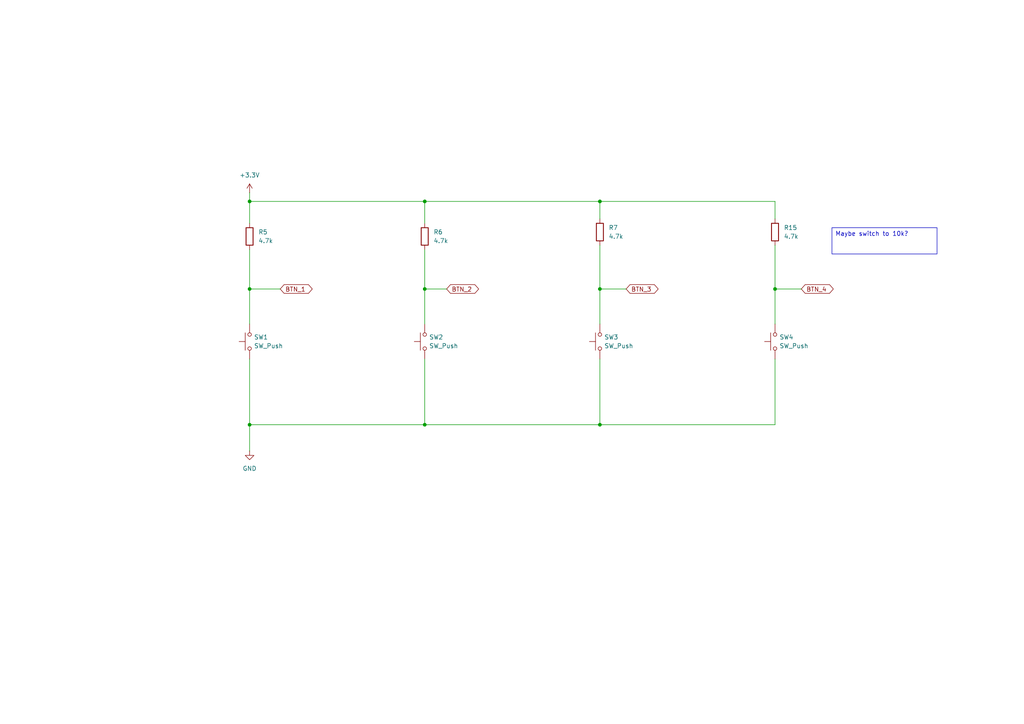
<source format=kicad_sch>
(kicad_sch (version 20231120) (generator "eeschema") (generator_version "8.0")
  (paper "A4")
  (title_block (title "ZEReader-Pico") (rev "v1") (company "Anna-Lena Marx") (comment 1 "Bachelorthesis"))
  (lib_symbols
    (symbol "Device:R" (pin_numbers hide) (pin_names (offset 0))
      (property "Reference" "R" (at 2.032 0 90))
      (property "Value" "R" (at 0 0 90))
      (symbol "R_0_1"
        (rectangle (start -1.016 -2.54) (end 1.016 2.54) (stroke (width 0.254)))
      )
      (symbol "R_1_1"
        (pin passive line (at 0 3.81 270) (length 1.27) (name "~") (number "1"))
        (pin passive line (at 0 -3.81 90) (length 1.27) (name "~") (number "2"))
      )
    )
    (symbol "Switch:SW_Push" (pin_numbers hide) (pin_names (offset 1.016) hide)
      (property "Reference" "SW" (at 1.27 2.54 0))
      (property "Value" "SW_Push" (at 0 -1.524 0))
      (symbol "SW_Push_0_1"
        (circle (center -2.032 0) (radius 0.508))
        (polyline (pts (xy 0 1.27) (xy 0 3.048)))
        (polyline (pts (xy 2.54 1.27) (xy -2.54 1.27)))
        (circle (center 2.032 0) (radius 0.508))
        (pin passive line (at -5.08 0 0) (length 2.54) (name "1") (number "1"))
        (pin passive line (at 5.08 0 180) (length 2.54) (name "2") (number "2"))
      )
    )
    (symbol "power:+3.3V" (power) (pin_numbers hide) (pin_names (offset 0) hide)
      (property "Value" "+3.3V" (at 0 3.556 0))
      (symbol "+3.3V_0_1"
        (polyline (pts (xy -0.762 1.27) (xy 0 2.54)))
        (polyline (pts (xy 0 0) (xy 0 2.54)))
        (polyline (pts (xy 0 2.54) (xy 0.762 1.27)))
      )
      (symbol "+3.3V_1_1"
        (pin power_in line (at 0 0 90) (length 0) (name "~") (number "1"))
      )
    )
    (symbol "power:GND" (power) (pin_numbers hide) (pin_names (offset 0) hide)
      (property "Value" "GND" (at 0 -3.81 0))
      (symbol "GND_0_1"
        (polyline (pts (xy 0 0) (xy 0 -1.27) (xy 1.27 -1.27) (xy 0 -2.54) (xy -1.27 -1.27) (xy 0 -1.27)))
      )
      (symbol "GND_1_1"
        (pin power_in line (at 0 0 270) (length 0) (name "~") (number "1"))
      )
    )
  )
  (junction (at 173.99 123.19))
  (junction (at 123.19 58.42))
  (junction (at 123.19 123.19))
  (junction (at 173.99 83.82))
  (junction (at 224.79 83.82))
  (junction (at 173.99 58.42))
  (junction (at 123.19 83.82))
  (junction (at 72.39 123.19))
  (junction (at 72.39 83.82))
  (junction (at 72.39 58.42))
  (wire (pts (xy 224.79 58.42) (xy 173.99 58.42)))
  (wire (pts (xy 123.19 83.82) (xy 123.19 93.98)))
  (wire (pts (xy 224.79 58.42) (xy 224.79 63.5)))
  (wire (pts (xy 224.79 123.19) (xy 173.99 123.19)))
  (wire (pts (xy 173.99 104.14) (xy 173.99 123.19)))
  (wire (pts (xy 123.19 83.82) (xy 129.54 83.82)))
  (wire (pts (xy 72.39 104.14) (xy 72.39 123.19)))
  (wire (pts (xy 224.79 104.14) (xy 224.79 123.19)))
  (wire (pts (xy 72.39 58.42) (xy 123.19 58.42)))
  (wire (pts (xy 173.99 123.19) (xy 123.19 123.19)))
  (wire (pts (xy 72.39 55.88) (xy 72.39 58.42)))
  (wire (pts (xy 173.99 58.42) (xy 173.99 63.5)))
  (wire (pts (xy 123.19 123.19) (xy 72.39 123.19)))
  (wire (pts (xy 224.79 83.82) (xy 232.41 83.82)))
  (wire (pts (xy 123.19 58.42) (xy 123.19 64.77)))
  (wire (pts (xy 72.39 83.82) (xy 72.39 72.39)))
  (wire (pts (xy 173.99 83.82) (xy 173.99 93.98)))
  (wire (pts (xy 224.79 71.12) (xy 224.79 83.82)))
  (wire (pts (xy 224.79 83.82) (xy 224.79 93.98)))
  (wire (pts (xy 72.39 93.98) (xy 72.39 83.82)))
  (wire (pts (xy 123.19 58.42) (xy 173.99 58.42)))
  (wire (pts (xy 173.99 83.82) (xy 181.61 83.82)))
  (wire (pts (xy 72.39 83.82) (xy 81.28 83.82)))
  (wire (pts (xy 173.99 71.12) (xy 173.99 83.82)))
  (wire (pts (xy 123.19 72.39) (xy 123.19 83.82)))
  (wire (pts (xy 72.39 123.19) (xy 72.39 130.81)))
  (wire (pts (xy 123.19 104.14) (xy 123.19 123.19)))
  (wire (pts (xy 72.39 58.42) (xy 72.39 64.77)))
  (text_box "Maybe switch to 10k?" (at 241.3 66.04 0) (size 30.48 7.62) (effects (font (size 1.27 1.27)) (justify left top)))
  (global_label "BTN_3" (shape bidirectional) (at 181.61 83.82 0) (property "Intersheetrefs" "${INTERSHEET_REFS}" (effects (hide yes))))
  (global_label "BTN_1" (shape bidirectional) (at 81.28 83.82 0) (property "Intersheetrefs" "${INTERSHEET_REFS}" (effects (hide yes))))
  (global_label "BTN_4" (shape bidirectional) (at 232.41 83.82 0) (property "Intersheetrefs" "${INTERSHEET_REFS}" (effects (hide yes))))
  (global_label "BTN_2" (shape bidirectional) (at 129.54 83.82 0) (property "Intersheetrefs" "${INTERSHEET_REFS}" (effects (hide yes))))
  (symbol (lib_id "Device:R") (at 123.19 68.58 180) (unit 1)
    (property "Reference" "R6" (at 125.73 67.3099 0) (effects (justify right)))
    (property "Value" "4.7k" (at 125.73 69.8499 0) (effects (justify right)))
    (property "Footprint" "Resistor_SMD:R_1206_3216Metric_Pad1.30x1.75mm_HandSolder" (effects (hide yes)))
    (property "Description" "Resistor" (effects (hide yes)))
  )
  (symbol (lib_id "Switch:SW_Push") (at 123.19 99.06 90) (unit 1)
    (property "Reference" "SW2" (at 124.46 97.7899 90) (effects (justify right)))
    (property "Value" "SW_Push" (at 124.46 100.3299 90) (effects (justify right)))
    (property "Footprint" "Button_Switch_THT:SW_PUSH-12mm" (effects (hide yes)))
    (property "Description" "Push button switch, generic, two pins" (effects (hide yes)))
  )
  (symbol (lib_id "Switch:SW_Push") (at 173.99 99.06 90) (unit 1)
    (property "Reference" "SW3" (at 175.26 97.7899 90) (effects (justify right)))
    (property "Value" "SW_Push" (at 175.26 100.3299 90) (effects (justify right)))
    (property "Footprint" "Button_Switch_THT:SW_PUSH-12mm" (effects (hide yes)))
    (property "Description" "Push button switch, generic, two pins" (effects (hide yes)))
  )
  (symbol (lib_id "Device:R") (at 224.79 67.31 0) (unit 1)
    (property "Reference" "R15" (at 227.33 66.0399 0) (effects (justify left)))
    (property "Value" "4.7k" (at 227.33 68.5799 0) (effects (justify left)))
    (property "Footprint" "Resistor_SMD:R_1206_3216Metric_Pad1.30x1.75mm_HandSolder" (effects (hide yes)))
    (property "Description" "Resistor" (effects (hide yes)))
  )
  (symbol (lib_id "power:+3.3V") (at 72.39 55.88 0) (unit 1)
    (property "Reference" "#PWR05" (effects (hide yes)))
    (property "Value" "+3.3V" (at 72.39 50.8 0))
    (property "Description" "Power symbol creates a global label with name \"+3.3V\"" (effects (hide yes)))
  )
  (symbol (lib_id "Switch:SW_Push") (at 224.79 99.06 90) (unit 1)
    (property "Reference" "SW4" (at 226.06 97.7899 90) (effects (justify right)))
    (property "Value" "SW_Push" (at 226.06 100.3299 90) (effects (justify right)))
    (property "Footprint" "Button_Switch_THT:SW_PUSH-12mm" (effects (hide yes)))
    (property "Description" "Push button switch, generic, two pins" (effects (hide yes)))
  )
  (symbol (lib_id "Device:R") (at 72.39 68.58 180) (unit 1)
    (property "Reference" "R5" (at 74.93 67.3099 0) (effects (justify right)))
    (property "Value" "4.7k" (at 74.93 69.8499 0) (effects (justify right)))
    (property "Footprint" "Resistor_SMD:R_1206_3216Metric_Pad1.30x1.75mm_HandSolder" (effects (hide yes)))
    (property "Description" "Resistor" (effects (hide yes)))
  )
  (symbol (lib_id "Device:R") (at 173.99 67.31 0) (unit 1)
    (property "Reference" "R7" (at 176.53 66.0399 0) (effects (justify left)))
    (property "Value" "4.7k" (at 176.53 68.5799 0) (effects (justify left)))
    (property "Footprint" "Resistor_SMD:R_1206_3216Metric_Pad1.30x1.75mm_HandSolder" (effects (hide yes)))
    (property "Description" "Resistor" (effects (hide yes)))
  )
  (symbol (lib_id "Switch:SW_Push") (at 72.39 99.06 90) (unit 1)
    (property "Reference" "SW1" (at 73.66 97.7899 90) (effects (justify right)))
    (property "Value" "SW_Push" (at 73.66 100.3299 90) (effects (justify right)))
    (property "Footprint" "Button_Switch_THT:SW_PUSH-12mm" (effects (hide yes)))
    (property "Description" "Push button switch, generic, two pins" (effects (hide yes)))
  )
  (symbol (lib_id "power:GND") (at 72.39 130.81 0) (unit 1)
    (property "Reference" "#PWR06" (effects (hide yes)))
    (property "Value" "GND" (at 72.39 135.89 0))
    (property "Description" "Power symbol creates a global label with name \"GND\" , ground" (effects (hide yes)))
  )
)
</source>
